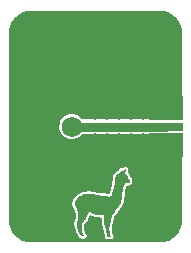
<source format=gbr>
%TF.GenerationSoftware,KiCad,Pcbnew,6.0.9+dfsg-1~bpo11+1*%
%TF.CreationDate,2022-11-06T14:36:49+01:00*%
%TF.ProjectId,sma-connector,736d612d-636f-46e6-9e65-63746f722e6b,2*%
%TF.SameCoordinates,Original*%
%TF.FileFunction,Copper,L1,Top*%
%TF.FilePolarity,Positive*%
%FSLAX46Y46*%
G04 Gerber Fmt 4.6, Leading zero omitted, Abs format (unit mm)*
G04 Created by KiCad (PCBNEW 6.0.9+dfsg-1~bpo11+1) date 2022-11-06 14:36:49*
%MOMM*%
%LPD*%
G01*
G04 APERTURE LIST*
G04 Aperture macros list*
%AMFreePoly0*
4,1,25,-1.500000,1.420000,-1.360000,1.280000,-1.205000,1.155000,-1.035000,1.045000,-0.860000,0.950000,-0.675000,0.875000,-0.480000,0.820000,-0.280000,0.780000,-0.085000,0.765000,0.085000,0.765000,0.280000,0.780000,0.480000,0.820000,0.675000,0.875000,0.860000,0.950000,1.035000,1.045000,1.205000,1.155000,1.360000,1.280000,1.500000,1.420000,1.645000,1.595000,3.555000,1.595000,
3.555000,-0.755000,-3.555000,-0.755000,-3.555000,1.595000,-1.645000,1.595000,-1.500000,1.420000,-1.500000,1.420000,$1*%
G04 Aperture macros list end*
%TA.AperFunction,SMDPad,CuDef*%
%ADD10R,3.000000X0.800000*%
%TD*%
%TA.AperFunction,ComponentPad*%
%ADD11C,0.800000*%
%TD*%
%TA.AperFunction,SMDPad,CuDef*%
%ADD12R,3.000000X2.000000*%
%TD*%
%TA.AperFunction,ComponentPad*%
%ADD13C,3.400000*%
%TD*%
%TA.AperFunction,SMDPad,CuDef*%
%ADD14C,1.730000*%
%TD*%
%TA.AperFunction,SMDPad,CuDef*%
%ADD15FreePoly0,0.000000*%
%TD*%
%TA.AperFunction,SMDPad,CuDef*%
%ADD16FreePoly0,180.000000*%
%TD*%
%TA.AperFunction,ViaPad*%
%ADD17C,0.800000*%
%TD*%
%TA.AperFunction,Conductor*%
%ADD18C,0.800000*%
%TD*%
G04 APERTURE END LIST*
%TO.C,G\u002A\u002A\u002A*%
G36*
X136548983Y-67137435D02*
G01*
X136566473Y-67146707D01*
X136573503Y-67166088D01*
X136570320Y-67198790D01*
X136557169Y-67248027D01*
X136534626Y-67316053D01*
X136514960Y-67372108D01*
X136497923Y-67419130D01*
X136485257Y-67452422D01*
X136478702Y-67467282D01*
X136478505Y-67467523D01*
X136485289Y-67476203D01*
X136508581Y-67493470D01*
X136543354Y-67515601D01*
X136543685Y-67515799D01*
X136619165Y-67568229D01*
X136676569Y-67623171D01*
X136714749Y-67678522D01*
X136732557Y-67732182D01*
X136728846Y-67782047D01*
X136708983Y-67818579D01*
X136685545Y-67847524D01*
X136753433Y-67888419D01*
X136801659Y-67919701D01*
X136851482Y-67955428D01*
X136877115Y-67975570D01*
X136908385Y-68002788D01*
X136924089Y-68022811D01*
X136928248Y-68043662D01*
X136925187Y-68071435D01*
X136919157Y-68119141D01*
X136915014Y-68167505D01*
X136914860Y-68170268D01*
X136908443Y-68207889D01*
X136891939Y-68229077D01*
X136885142Y-68233029D01*
X136857212Y-68252835D01*
X136833532Y-68276823D01*
X136821457Y-68289767D01*
X136806748Y-68298692D01*
X136784526Y-68304627D01*
X136749913Y-68308603D01*
X136698027Y-68311651D01*
X136660954Y-68313281D01*
X136589353Y-68317603D01*
X136535454Y-68323662D01*
X136502094Y-68331085D01*
X136494013Y-68335184D01*
X136479580Y-68357384D01*
X136468714Y-68391433D01*
X136467661Y-68397195D01*
X136458828Y-68428500D01*
X136441324Y-68474186D01*
X136418152Y-68526750D01*
X136404454Y-68555127D01*
X136383847Y-68597750D01*
X136367793Y-68635518D01*
X136354826Y-68673761D01*
X136343479Y-68717806D01*
X136332287Y-68772983D01*
X136319782Y-68844620D01*
X136312299Y-68889990D01*
X136298626Y-68980404D01*
X136285306Y-69080321D01*
X136273533Y-69179974D01*
X136264499Y-69269594D01*
X136261540Y-69305468D01*
X136244458Y-69484936D01*
X136221201Y-69644064D01*
X136191090Y-69786699D01*
X136153933Y-69915225D01*
X136119233Y-70008557D01*
X136079816Y-70089949D01*
X136031473Y-70166239D01*
X135969997Y-70244263D01*
X135911002Y-70309890D01*
X135793005Y-70450410D01*
X135692761Y-70602053D01*
X135617818Y-70745544D01*
X135584000Y-70813616D01*
X135553544Y-70864591D01*
X135522177Y-70904969D01*
X135494341Y-70933276D01*
X135461129Y-70962697D01*
X135434053Y-70983815D01*
X135418831Y-70992180D01*
X135418623Y-70992187D01*
X135404288Y-71000024D01*
X135390448Y-71024687D01*
X135376613Y-71067901D01*
X135362291Y-71131393D01*
X135346992Y-71216890D01*
X135337379Y-71277894D01*
X135319656Y-71389529D01*
X135302573Y-71484193D01*
X135284372Y-71569602D01*
X135263293Y-71653474D01*
X135237580Y-71743526D01*
X135213093Y-71823278D01*
X135188507Y-71906831D01*
X135172034Y-71978473D01*
X135163316Y-72044883D01*
X135161994Y-72112742D01*
X135167710Y-72188728D01*
X135180105Y-72279521D01*
X135186483Y-72319238D01*
X135198350Y-72393059D01*
X135209432Y-72465411D01*
X135218727Y-72529510D01*
X135225234Y-72578572D01*
X135226791Y-72592090D01*
X135235591Y-72646104D01*
X135251763Y-72690710D01*
X135280132Y-72738801D01*
X135283636Y-72744018D01*
X135331881Y-72815332D01*
X134969318Y-72815332D01*
X134977699Y-72775024D01*
X134988079Y-72739306D01*
X135000592Y-72711884D01*
X135006425Y-72695629D01*
X135003571Y-72673531D01*
X134990624Y-72639765D01*
X134975343Y-72607174D01*
X134951334Y-72552338D01*
X134930892Y-72492520D01*
X134912691Y-72422682D01*
X134895405Y-72337789D01*
X134879083Y-72241499D01*
X134866988Y-72178939D01*
X134849142Y-72103484D01*
X134828158Y-72025587D01*
X134810901Y-71968647D01*
X134787294Y-71893226D01*
X134769065Y-71828083D01*
X134755108Y-71767061D01*
X134744317Y-71704005D01*
X134735586Y-71632758D01*
X134727809Y-71547164D01*
X134722374Y-71475879D01*
X134716044Y-71352073D01*
X134715081Y-71233563D01*
X134719371Y-71126298D01*
X134728798Y-71036226D01*
X134731216Y-71021223D01*
X134737981Y-70982046D01*
X134515676Y-70988913D01*
X134370694Y-70990737D01*
X134244557Y-70986229D01*
X134132001Y-70974887D01*
X134027762Y-70956211D01*
X133942311Y-70934353D01*
X133814531Y-70887707D01*
X133707319Y-70827643D01*
X133620148Y-70753786D01*
X133552489Y-70665762D01*
X133545166Y-70653375D01*
X133510927Y-70593616D01*
X133502204Y-70628369D01*
X133478365Y-70697004D01*
X133441469Y-70772732D01*
X133396836Y-70845988D01*
X133349790Y-70907210D01*
X133342803Y-70914817D01*
X133301993Y-70959259D01*
X133274619Y-70994404D01*
X133256421Y-71028335D01*
X133243139Y-71069138D01*
X133230513Y-71124897D01*
X133229482Y-71129871D01*
X133206493Y-71217050D01*
X133173878Y-71296687D01*
X133128669Y-71373894D01*
X133067897Y-71453780D01*
X132993229Y-71536617D01*
X132940532Y-71592762D01*
X132902655Y-71635946D01*
X132876498Y-71670355D01*
X132858962Y-71700180D01*
X132846946Y-71729607D01*
X132844311Y-71737815D01*
X132827668Y-71812698D01*
X132817915Y-71900830D01*
X132815708Y-71991447D01*
X132821707Y-72073788D01*
X132823167Y-72083593D01*
X132845949Y-72222991D01*
X132866117Y-72339479D01*
X132884067Y-72434771D01*
X132900193Y-72510580D01*
X132914893Y-72568617D01*
X132928560Y-72610596D01*
X132941591Y-72638229D01*
X132954381Y-72653229D01*
X132954792Y-72653520D01*
X132991397Y-72683848D01*
X133024435Y-72719415D01*
X133047134Y-72752465D01*
X133052433Y-72765393D01*
X133054058Y-72776810D01*
X133048887Y-72784118D01*
X133032661Y-72788229D01*
X133001120Y-72790059D01*
X132950004Y-72790519D01*
X132935209Y-72790527D01*
X132811411Y-72790527D01*
X132814264Y-72756421D01*
X132811768Y-72734561D01*
X132798532Y-72709668D01*
X132771441Y-72676955D01*
X132743613Y-72647900D01*
X132692227Y-72588998D01*
X132645461Y-72519928D01*
X132601544Y-72437267D01*
X132558705Y-72337595D01*
X132515172Y-72217490D01*
X132504923Y-72186759D01*
X132463141Y-72052764D01*
X132432802Y-71936645D01*
X132413967Y-71834241D01*
X132406694Y-71741389D01*
X132411044Y-71653926D01*
X132427077Y-71567692D01*
X132454853Y-71478524D01*
X132494430Y-71382260D01*
X132517187Y-71333252D01*
X132535573Y-71293298D01*
X132547500Y-71260886D01*
X132554325Y-71228602D01*
X132557404Y-71189034D01*
X132558092Y-71134770D01*
X132558014Y-71110009D01*
X132548526Y-70976620D01*
X132521426Y-70827354D01*
X132476994Y-70663515D01*
X132435241Y-70539502D01*
X132413485Y-70474467D01*
X132393059Y-70404948D01*
X132377146Y-70342116D01*
X132372181Y-70318331D01*
X132356944Y-70250082D01*
X132340420Y-70198304D01*
X132323680Y-70164656D01*
X132307797Y-70150796D01*
X132293841Y-70158384D01*
X132284408Y-70182482D01*
X132278682Y-70202440D01*
X132273410Y-70204268D01*
X132265112Y-70185910D01*
X132258185Y-70166979D01*
X132245107Y-70109030D01*
X132240320Y-70037013D01*
X132243593Y-69960157D01*
X132254693Y-69887689D01*
X132266241Y-69846612D01*
X132322965Y-69723134D01*
X132400947Y-69610445D01*
X132498711Y-69509411D01*
X132614783Y-69420898D01*
X132747688Y-69345772D01*
X132895949Y-69284897D01*
X133058094Y-69239141D01*
X133232645Y-69209368D01*
X133371386Y-69198023D01*
X133476743Y-69195578D01*
X133577648Y-69198650D01*
X133679998Y-69207893D01*
X133789687Y-69223960D01*
X133912612Y-69247505D01*
X134009974Y-69268851D01*
X134125308Y-69294699D01*
X134221050Y-69314928D01*
X134301618Y-69330146D01*
X134371429Y-69340960D01*
X134434904Y-69347978D01*
X134496458Y-69351810D01*
X134560511Y-69353062D01*
X134618374Y-69352584D01*
X134685716Y-69351793D01*
X134738854Y-69352601D01*
X134784830Y-69355874D01*
X134830687Y-69362478D01*
X134883469Y-69373280D01*
X134950217Y-69389146D01*
X134984403Y-69397600D01*
X135070839Y-69418162D01*
X135137639Y-69431327D01*
X135188847Y-69437079D01*
X135228509Y-69435406D01*
X135260669Y-69426290D01*
X135289372Y-69409719D01*
X135306331Y-69396432D01*
X135331601Y-69371905D01*
X135353018Y-69342447D01*
X135372123Y-69304296D01*
X135390455Y-69253687D01*
X135409556Y-69186855D01*
X135430967Y-69100037D01*
X135435367Y-69081213D01*
X135456442Y-68995160D01*
X135481837Y-68898595D01*
X135508531Y-68802654D01*
X135533499Y-68718473D01*
X135536311Y-68709450D01*
X135554945Y-68648715D01*
X135569737Y-68596126D01*
X135581647Y-68546496D01*
X135591634Y-68494644D01*
X135600657Y-68435383D01*
X135609676Y-68363531D01*
X135619649Y-68273902D01*
X135623385Y-68238867D01*
X135636703Y-68116285D01*
X135648553Y-68015365D01*
X135659505Y-67933049D01*
X135670125Y-67866278D01*
X135680981Y-67811993D01*
X135692643Y-67767135D01*
X135705677Y-67728646D01*
X135720651Y-67693467D01*
X135727185Y-67679893D01*
X135752076Y-67632849D01*
X135777417Y-67594250D01*
X135807496Y-67559715D01*
X135846599Y-67524862D01*
X135899012Y-67485310D01*
X135957275Y-67444692D01*
X136016903Y-67401539D01*
X136078903Y-67352737D01*
X136134573Y-67305315D01*
X136164539Y-67277278D01*
X136202207Y-67242003D01*
X136234668Y-67215432D01*
X136257254Y-67201203D01*
X136263758Y-67199950D01*
X136280048Y-67217495D01*
X136281983Y-67253480D01*
X136269588Y-67306135D01*
X136262002Y-67327816D01*
X136248222Y-67365970D01*
X136238903Y-67394305D01*
X136236328Y-67404851D01*
X136243925Y-67402553D01*
X136264266Y-67385423D01*
X136293674Y-67357220D01*
X136328473Y-67321704D01*
X136364988Y-67282633D01*
X136399541Y-67243769D01*
X136428456Y-67208870D01*
X136430408Y-67206372D01*
X136463047Y-67167073D01*
X136487876Y-67144927D01*
X136509995Y-67135908D01*
X136520788Y-67135058D01*
X136548983Y-67137435D01*
G37*
%TD*%
D10*
%TO.P,J2,1,Pin_1*%
%TO.N,Net-(J1-Pad1)*%
X140000000Y-63500000D03*
D11*
%TO.P,J2,2,Pin_2*%
%TO.N,GND*%
X139500000Y-65000000D03*
X140500000Y-65000000D03*
X141000000Y-62500000D03*
X139000000Y-62500000D03*
X141000000Y-64500000D03*
D12*
X140000000Y-61900000D03*
X140000000Y-65100000D03*
D11*
X139500000Y-62000000D03*
X140500000Y-62000000D03*
X140000000Y-62500000D03*
X139000000Y-64500000D03*
X140000000Y-64500000D03*
%TD*%
D13*
%TO.P,H3,1,1*%
%TO.N,GND*%
X129000000Y-56000000D03*
%TD*%
D14*
%TO.P,J1,1,In*%
%TO.N,Net-(J1-Pad1)*%
X132000000Y-63500000D03*
D15*
%TO.P,J1,2,Ext*%
%TO.N,GND*%
X132000000Y-66300000D03*
D16*
X132000000Y-60700000D03*
%TD*%
D13*
%TO.P,H4,1,1*%
%TO.N,GND*%
X139000000Y-71000000D03*
%TD*%
%TO.P,H2,1,1*%
%TO.N,GND*%
X139000000Y-56000000D03*
%TD*%
%TO.P,H1,1,1*%
%TO.N,GND*%
X129000000Y-71000000D03*
%TD*%
D17*
%TO.N,GND*%
X134500000Y-65000000D03*
X133000000Y-61500000D03*
X132500000Y-65000000D03*
X133000000Y-65500000D03*
X131500000Y-65000000D03*
X137500000Y-65000000D03*
X130500000Y-65000000D03*
X137000000Y-64500000D03*
X132000000Y-61500000D03*
X135000000Y-62500000D03*
X134000000Y-62500000D03*
X138500000Y-65000000D03*
X130000000Y-64500000D03*
X133500000Y-65000000D03*
X132000000Y-65500000D03*
X136000000Y-62500000D03*
X132500000Y-62000000D03*
X130500000Y-62000000D03*
X137000000Y-62500000D03*
X130500000Y-64000000D03*
X131000000Y-61500000D03*
X138500000Y-62000000D03*
X135000000Y-64500000D03*
X130000000Y-62500000D03*
X130000000Y-63500000D03*
X133500000Y-62000000D03*
X134500000Y-62000000D03*
X136500000Y-62000000D03*
X134000000Y-64500000D03*
X130500000Y-63000000D03*
X136000000Y-64500000D03*
X131500000Y-62000000D03*
X131000000Y-65500000D03*
X138000000Y-64500000D03*
X136500000Y-65000000D03*
X138000000Y-62500000D03*
X135500000Y-62000000D03*
X137500000Y-62000000D03*
X135500000Y-65000000D03*
%TD*%
D18*
%TO.N,Net-(J1-Pad1)*%
X140000000Y-63500000D02*
X132000000Y-63500000D01*
%TD*%
%TA.AperFunction,Conductor*%
%TO.N,GND*%
G36*
X139488169Y-53703018D02*
G01*
X139499641Y-53705656D01*
X139510516Y-53703195D01*
X139521662Y-53703215D01*
X139521662Y-53703369D01*
X139531712Y-53702579D01*
X139613994Y-53707972D01*
X139728410Y-53715471D01*
X139741237Y-53717159D01*
X139959387Y-53760551D01*
X139971887Y-53763901D01*
X140182500Y-53835395D01*
X140194449Y-53840344D01*
X140393944Y-53938724D01*
X140405137Y-53945187D01*
X140542444Y-54036933D01*
X140590072Y-54068757D01*
X140600345Y-54076640D01*
X140767560Y-54223283D01*
X140776717Y-54232440D01*
X140923360Y-54399655D01*
X140931243Y-54409928D01*
X141054813Y-54594863D01*
X141061276Y-54606056D01*
X141159656Y-54805551D01*
X141164605Y-54817500D01*
X141236098Y-55028109D01*
X141239450Y-55040618D01*
X141282840Y-55258756D01*
X141284530Y-55271595D01*
X141297388Y-55467772D01*
X141296595Y-55477628D01*
X141296862Y-55477628D01*
X141296842Y-55488776D01*
X141294344Y-55499641D01*
X141296804Y-55510513D01*
X141297059Y-55511638D01*
X141299500Y-55533488D01*
X141299500Y-62800500D01*
X141280593Y-62858691D01*
X141231093Y-62894655D01*
X141200500Y-62899500D01*
X132932248Y-62899500D01*
X132874057Y-62880593D01*
X132855528Y-62863071D01*
X132762766Y-62749333D01*
X132762765Y-62749332D01*
X132759705Y-62745580D01*
X132598703Y-62612387D01*
X132414896Y-62513003D01*
X132350405Y-62493040D01*
X132219906Y-62452643D01*
X132219902Y-62452642D01*
X132215285Y-62451213D01*
X132210477Y-62450708D01*
X132210474Y-62450707D01*
X132012291Y-62429877D01*
X132012289Y-62429877D01*
X132007475Y-62429371D01*
X131938196Y-62435676D01*
X131804199Y-62447870D01*
X131804195Y-62447871D01*
X131799379Y-62448309D01*
X131794737Y-62449675D01*
X131794733Y-62449676D01*
X131603573Y-62505938D01*
X131603570Y-62505939D01*
X131598926Y-62507306D01*
X131413749Y-62604114D01*
X131409980Y-62607144D01*
X131409979Y-62607145D01*
X131254675Y-62732012D01*
X131254673Y-62732014D01*
X131250902Y-62735046D01*
X131247788Y-62738757D01*
X131247787Y-62738758D01*
X131195980Y-62800500D01*
X131116588Y-62895115D01*
X131015923Y-63078224D01*
X130952741Y-63277398D01*
X130929449Y-63485051D01*
X130946934Y-63693274D01*
X131004530Y-63894134D01*
X131100043Y-64079983D01*
X131229835Y-64243739D01*
X131233515Y-64246871D01*
X131233517Y-64246873D01*
X131350774Y-64346666D01*
X131388963Y-64379168D01*
X131393185Y-64381528D01*
X131393190Y-64381531D01*
X131437272Y-64406167D01*
X131571364Y-64481108D01*
X131575962Y-64482602D01*
X131765488Y-64544183D01*
X131765490Y-64544184D01*
X131770093Y-64545679D01*
X131977578Y-64570420D01*
X131982400Y-64570049D01*
X131982403Y-64570049D01*
X132181089Y-64554761D01*
X132181094Y-64554760D01*
X132185917Y-64554389D01*
X132387175Y-64498197D01*
X132391488Y-64496018D01*
X132391494Y-64496016D01*
X132569365Y-64406167D01*
X132569367Y-64406165D01*
X132573686Y-64403984D01*
X132616526Y-64370514D01*
X132734534Y-64278316D01*
X132734537Y-64278313D01*
X132738345Y-64275338D01*
X132765621Y-64243739D01*
X132859643Y-64134812D01*
X132911979Y-64103116D01*
X132934586Y-64100500D01*
X141200500Y-64100500D01*
X141258691Y-64119407D01*
X141294655Y-64168907D01*
X141299500Y-64199500D01*
X141299500Y-71465983D01*
X141296982Y-71488169D01*
X141294344Y-71499641D01*
X141296805Y-71510516D01*
X141296785Y-71521662D01*
X141296631Y-71521662D01*
X141297421Y-71531712D01*
X141293031Y-71598697D01*
X141284555Y-71728027D01*
X141284530Y-71728404D01*
X141282841Y-71741237D01*
X141239796Y-71957643D01*
X141239450Y-71959382D01*
X141236099Y-71971887D01*
X141170670Y-72164634D01*
X141164605Y-72182500D01*
X141159656Y-72194449D01*
X141061276Y-72393944D01*
X141054813Y-72405137D01*
X140980628Y-72516163D01*
X140931243Y-72590072D01*
X140923360Y-72600345D01*
X140776717Y-72767560D01*
X140767560Y-72776717D01*
X140600345Y-72923360D01*
X140590072Y-72931243D01*
X140574198Y-72941850D01*
X140405137Y-73054813D01*
X140393944Y-73061276D01*
X140194449Y-73159656D01*
X140182501Y-73164605D01*
X139971887Y-73236099D01*
X139959387Y-73239449D01*
X139741237Y-73282841D01*
X139728412Y-73284529D01*
X139532225Y-73297388D01*
X139522372Y-73296595D01*
X139522372Y-73296862D01*
X139511224Y-73296842D01*
X139500359Y-73294344D01*
X139488359Y-73297059D01*
X139466512Y-73299500D01*
X128534017Y-73299500D01*
X128511831Y-73296982D01*
X128511813Y-73296978D01*
X128500359Y-73294344D01*
X128489484Y-73296805D01*
X128478338Y-73296785D01*
X128478338Y-73296631D01*
X128468288Y-73297421D01*
X128386006Y-73292028D01*
X128271590Y-73284529D01*
X128258763Y-73282841D01*
X128040613Y-73239449D01*
X128028113Y-73236099D01*
X127817499Y-73164605D01*
X127805551Y-73159656D01*
X127606056Y-73061276D01*
X127594863Y-73054813D01*
X127425802Y-72941850D01*
X127409928Y-72931243D01*
X127399655Y-72923360D01*
X127232440Y-72776717D01*
X127223283Y-72767560D01*
X127076640Y-72600345D01*
X127068757Y-72590072D01*
X127019372Y-72516163D01*
X126945187Y-72405137D01*
X126938724Y-72393944D01*
X126840344Y-72194449D01*
X126835395Y-72182500D01*
X126829330Y-72164634D01*
X126763901Y-71971887D01*
X126760550Y-71959382D01*
X126760204Y-71957643D01*
X126717159Y-71741237D01*
X126715470Y-71728405D01*
X126715446Y-71728027D01*
X126702629Y-71532484D01*
X126704311Y-71511819D01*
X126703747Y-71511754D01*
X126704388Y-71506182D01*
X126705655Y-71500718D01*
X126705656Y-71500000D01*
X126703344Y-71489864D01*
X126702980Y-71488266D01*
X126700500Y-71466248D01*
X126700500Y-70027580D01*
X132038751Y-70027580D01*
X132039122Y-70033161D01*
X132039122Y-70033163D01*
X132039179Y-70034015D01*
X132039307Y-70044799D01*
X132039040Y-70051065D01*
X132040046Y-70056541D01*
X132040064Y-70056798D01*
X132041412Y-70067609D01*
X132042444Y-70083131D01*
X132044344Y-70111719D01*
X132044561Y-70118685D01*
X132044511Y-70130947D01*
X132045744Y-70136411D01*
X132045887Y-70137714D01*
X132046180Y-70139338D01*
X132046548Y-70144881D01*
X132048140Y-70150203D01*
X132048140Y-70150204D01*
X132050086Y-70156710D01*
X132051803Y-70163260D01*
X132059386Y-70196859D01*
X132061041Y-70206313D01*
X132062066Y-70214482D01*
X132063990Y-70219741D01*
X132064651Y-70222468D01*
X132065356Y-70224863D01*
X132066357Y-70227746D01*
X132067580Y-70233166D01*
X132069976Y-70238174D01*
X132071049Y-70241266D01*
X132072414Y-70244694D01*
X132073026Y-70247735D01*
X132077711Y-70258098D01*
X132077858Y-70258424D01*
X132080619Y-70265186D01*
X132084588Y-70276034D01*
X132086428Y-70278872D01*
X132089957Y-70287270D01*
X132098859Y-70313016D01*
X132106712Y-70320931D01*
X132117056Y-70331357D01*
X132125662Y-70341267D01*
X132134543Y-70352979D01*
X132134545Y-70352980D01*
X132141281Y-70361864D01*
X132151204Y-70366947D01*
X132154625Y-70369815D01*
X132156668Y-70371694D01*
X132158147Y-70372775D01*
X132159129Y-70373765D01*
X132159415Y-70374220D01*
X132161307Y-70375960D01*
X132163287Y-70377956D01*
X132162347Y-70378888D01*
X132191305Y-70424991D01*
X132193783Y-70434777D01*
X132194056Y-70436053D01*
X132194269Y-70439612D01*
X132195848Y-70444985D01*
X132199093Y-70456031D01*
X132200076Y-70459627D01*
X132202880Y-70470696D01*
X132204245Y-70476084D01*
X132205865Y-70479254D01*
X132206290Y-70480524D01*
X132211940Y-70499754D01*
X132215460Y-70511737D01*
X132215776Y-70512987D01*
X132216115Y-70516471D01*
X132217891Y-70521779D01*
X132221587Y-70532828D01*
X132222675Y-70536291D01*
X132227489Y-70552675D01*
X132229195Y-70555724D01*
X132229650Y-70556932D01*
X132237931Y-70581685D01*
X132237934Y-70581697D01*
X132237953Y-70581888D01*
X132245100Y-70603115D01*
X132252269Y-70624546D01*
X132252371Y-70624714D01*
X132252372Y-70624717D01*
X132284109Y-70718980D01*
X132285833Y-70724655D01*
X132324575Y-70867514D01*
X132326431Y-70875728D01*
X132348344Y-70996429D01*
X132349686Y-71007088D01*
X132350117Y-71013144D01*
X132357289Y-71113963D01*
X132357297Y-71114077D01*
X132357547Y-71120777D01*
X132357586Y-71133088D01*
X132357578Y-71134606D01*
X132357049Y-71176332D01*
X132357044Y-71176751D01*
X132356753Y-71183183D01*
X132356337Y-71188524D01*
X132347572Y-71222219D01*
X132335146Y-71249220D01*
X132320944Y-71279804D01*
X132320055Y-71281558D01*
X132317653Y-71284951D01*
X132315524Y-71290128D01*
X132315523Y-71290131D01*
X132311536Y-71299829D01*
X132309763Y-71303882D01*
X132305401Y-71313275D01*
X132305399Y-71313281D01*
X132303060Y-71318318D01*
X132302194Y-71322376D01*
X132301493Y-71324258D01*
X132277294Y-71383115D01*
X132275240Y-71387272D01*
X132273021Y-71392310D01*
X132270201Y-71397144D01*
X132268536Y-71402488D01*
X132268535Y-71402491D01*
X132267352Y-71406290D01*
X132264400Y-71414481D01*
X132260819Y-71423190D01*
X132259902Y-71428671D01*
X132258464Y-71433711D01*
X132257338Y-71438436D01*
X132240476Y-71492568D01*
X132236754Y-71502579D01*
X132236350Y-71503508D01*
X132236348Y-71503514D01*
X132234119Y-71508645D01*
X132233096Y-71514147D01*
X132232925Y-71514706D01*
X132230718Y-71523614D01*
X132230579Y-71524340D01*
X132228927Y-71529642D01*
X132228496Y-71535181D01*
X132228407Y-71536321D01*
X132227038Y-71546727D01*
X132222482Y-71571232D01*
X132216775Y-71601933D01*
X132216449Y-71603684D01*
X132214377Y-71612540D01*
X132211923Y-71621214D01*
X132211645Y-71626808D01*
X132211078Y-71630262D01*
X132210808Y-71634027D01*
X132209790Y-71639498D01*
X132210015Y-71645058D01*
X132210015Y-71645059D01*
X132210158Y-71648604D01*
X132210117Y-71657519D01*
X132208554Y-71688954D01*
X132207241Y-71715371D01*
X132207176Y-71716672D01*
X132206217Y-71726346D01*
X132205027Y-71734335D01*
X132205464Y-71739917D01*
X132205374Y-71742504D01*
X132205419Y-71745640D01*
X132205595Y-71748456D01*
X132205319Y-71754004D01*
X132206283Y-71759469D01*
X132206736Y-71762038D01*
X132207938Y-71771497D01*
X132212614Y-71831185D01*
X132212644Y-71831574D01*
X132212806Y-71841138D01*
X132212901Y-71842513D01*
X132212654Y-71848105D01*
X132213963Y-71855222D01*
X132215292Y-71865387D01*
X132215844Y-71872432D01*
X132217501Y-71877743D01*
X132217727Y-71878915D01*
X132220052Y-71888328D01*
X132231515Y-71950652D01*
X132232139Y-71954467D01*
X132232889Y-71959693D01*
X132233055Y-71965288D01*
X132234908Y-71972379D01*
X132236025Y-71976653D01*
X132237608Y-71983776D01*
X132239699Y-71995145D01*
X132241896Y-72000254D01*
X132243488Y-72005510D01*
X132244522Y-72009177D01*
X132264131Y-72084228D01*
X132264619Y-72086387D01*
X132264949Y-72090701D01*
X132268620Y-72102473D01*
X132269648Y-72105770D01*
X132270920Y-72110213D01*
X132273461Y-72119938D01*
X132273463Y-72119943D01*
X132274867Y-72125317D01*
X132276860Y-72129147D01*
X132277595Y-72131258D01*
X132307246Y-72226350D01*
X132307332Y-72226678D01*
X132307515Y-72228582D01*
X132308968Y-72232938D01*
X132313790Y-72247396D01*
X132314387Y-72249249D01*
X132318779Y-72263335D01*
X132318046Y-72263564D01*
X132318492Y-72264546D01*
X132318909Y-72264395D01*
X132318909Y-72264396D01*
X132325194Y-72281734D01*
X132325359Y-72282190D01*
X132326196Y-72284597D01*
X132332122Y-72302365D01*
X132333415Y-72304492D01*
X132333641Y-72305041D01*
X132363320Y-72386921D01*
X132364563Y-72390669D01*
X132365503Y-72395837D01*
X132367716Y-72400986D01*
X132367717Y-72400989D01*
X132371054Y-72408752D01*
X132373169Y-72414095D01*
X132377907Y-72427168D01*
X132380745Y-72431576D01*
X132382436Y-72435236D01*
X132382691Y-72435829D01*
X132408817Y-72496615D01*
X132410212Y-72500633D01*
X132410289Y-72500603D01*
X132412341Y-72505810D01*
X132413794Y-72511220D01*
X132418563Y-72520196D01*
X132418688Y-72520431D01*
X132422214Y-72527785D01*
X132426263Y-72537205D01*
X132429536Y-72541692D01*
X132432290Y-72546524D01*
X132432228Y-72546559D01*
X132434484Y-72550163D01*
X132459990Y-72598171D01*
X132464283Y-72607563D01*
X132464646Y-72608256D01*
X132466665Y-72613476D01*
X132469803Y-72618111D01*
X132469808Y-72618120D01*
X132470463Y-72619087D01*
X132475909Y-72628135D01*
X132476367Y-72628996D01*
X132479004Y-72633960D01*
X132482636Y-72638163D01*
X132482981Y-72638667D01*
X132489337Y-72646961D01*
X132516656Y-72687308D01*
X132517448Y-72688478D01*
X132522756Y-72697268D01*
X132526165Y-72703639D01*
X132529847Y-72707859D01*
X132530616Y-72708973D01*
X132534765Y-72714360D01*
X132535761Y-72715525D01*
X132538876Y-72720126D01*
X132542937Y-72723920D01*
X132542940Y-72723923D01*
X132544213Y-72725112D01*
X132551236Y-72732377D01*
X132579457Y-72764726D01*
X132580852Y-72766437D01*
X132583056Y-72770132D01*
X132586926Y-72774173D01*
X132590321Y-72778631D01*
X132588777Y-72779807D01*
X132609278Y-72817908D01*
X132610876Y-72824941D01*
X132610866Y-72836090D01*
X132615692Y-72846141D01*
X132616480Y-72849609D01*
X132617745Y-72852919D01*
X132619310Y-72863954D01*
X132625507Y-72873222D01*
X132632918Y-72884307D01*
X132639864Y-72896479D01*
X132650463Y-72918551D01*
X132659168Y-72925513D01*
X132661374Y-72928286D01*
X132663958Y-72930728D01*
X132670155Y-72939996D01*
X132679757Y-72945659D01*
X132691243Y-72952434D01*
X132702777Y-72960388D01*
X132721903Y-72975683D01*
X132732768Y-72978182D01*
X132735960Y-72979725D01*
X132739344Y-72980804D01*
X132748947Y-72986467D01*
X132773339Y-72988529D01*
X132777602Y-72989196D01*
X132777608Y-72989141D01*
X132783174Y-72989773D01*
X132788630Y-72991027D01*
X132798717Y-72991027D01*
X132807056Y-72991379D01*
X132814344Y-72991995D01*
X132840098Y-72994172D01*
X132847618Y-72991305D01*
X132851587Y-72991027D01*
X132912485Y-72991027D01*
X132912536Y-72991039D01*
X132912692Y-72991039D01*
X132924108Y-72991033D01*
X132928134Y-72991031D01*
X132928205Y-72991035D01*
X132929028Y-72991216D01*
X132949571Y-72991031D01*
X132950463Y-72991027D01*
X132957812Y-72991027D01*
X132957865Y-72991015D01*
X132957896Y-72991015D01*
X132972715Y-72991007D01*
X132973536Y-72990819D01*
X132973616Y-72990814D01*
X132977668Y-72990778D01*
X132983043Y-72990730D01*
X132985546Y-72990788D01*
X132989991Y-72991542D01*
X132995575Y-72991218D01*
X132995576Y-72991218D01*
X132999524Y-72990989D01*
X133005434Y-72990646D01*
X133010267Y-72990484D01*
X133017799Y-72990416D01*
X133019969Y-72990397D01*
X133025526Y-72990347D01*
X133029909Y-72989306D01*
X133032425Y-72989080D01*
X133038753Y-72988713D01*
X133042292Y-72988571D01*
X133045498Y-72988500D01*
X133045499Y-72988500D01*
X133053755Y-72988317D01*
X133060430Y-72989450D01*
X133071140Y-72986365D01*
X133071144Y-72986365D01*
X133099906Y-72978080D01*
X133102955Y-72977255D01*
X133120041Y-72972926D01*
X133122772Y-72971531D01*
X133123605Y-72971254D01*
X133148332Y-72964132D01*
X133156648Y-72956706D01*
X133161366Y-72954099D01*
X133166797Y-72950378D01*
X133170928Y-72946922D01*
X133180853Y-72941850D01*
X133190844Y-72928703D01*
X133195048Y-72923749D01*
X133203484Y-72918112D01*
X133209149Y-72908513D01*
X133209152Y-72908510D01*
X133216511Y-72896040D01*
X133222949Y-72886456D01*
X133224582Y-72884307D01*
X133236200Y-72869020D01*
X133238070Y-72859854D01*
X133239560Y-72856988D01*
X133244312Y-72848936D01*
X133244312Y-72848935D01*
X133249979Y-72839334D01*
X133250921Y-72828227D01*
X133252001Y-72824844D01*
X133252591Y-72821349D01*
X133256845Y-72811045D01*
X133255418Y-72786048D01*
X133255419Y-72785774D01*
X133257703Y-72777991D01*
X133255520Y-72764713D01*
X133254349Y-72757593D01*
X133253198Y-72747175D01*
X133252266Y-72730849D01*
X133252265Y-72730847D01*
X133251630Y-72719719D01*
X133246637Y-72710700D01*
X133246593Y-72710430D01*
X133245818Y-72708538D01*
X133245530Y-72707543D01*
X133244703Y-72705818D01*
X133239359Y-72692779D01*
X133238509Y-72690633D01*
X133231247Y-72671665D01*
X133223329Y-72650985D01*
X133216087Y-72644148D01*
X133214409Y-72641764D01*
X133214408Y-72641760D01*
X133211792Y-72638044D01*
X133211144Y-72637113D01*
X133196476Y-72615757D01*
X133192292Y-72609115D01*
X133189637Y-72604504D01*
X133189634Y-72604500D01*
X133186841Y-72599650D01*
X133183032Y-72595549D01*
X133181717Y-72593767D01*
X133180056Y-72591850D01*
X133176912Y-72587272D01*
X133172826Y-72583505D01*
X133172823Y-72583502D01*
X133168817Y-72579809D01*
X133163383Y-72574396D01*
X133161184Y-72572028D01*
X133148094Y-72557937D01*
X133141991Y-72550701D01*
X133140264Y-72548443D01*
X133140261Y-72548440D01*
X133136857Y-72543989D01*
X133132541Y-72540413D01*
X133128664Y-72536382D01*
X133130127Y-72534975D01*
X133101879Y-72490264D01*
X133095970Y-72466936D01*
X133095107Y-72463229D01*
X133080911Y-72396494D01*
X133080455Y-72394222D01*
X133080400Y-72393927D01*
X133063547Y-72304461D01*
X133063294Y-72303062D01*
X133063174Y-72302365D01*
X133043756Y-72190205D01*
X133043601Y-72189286D01*
X133021853Y-72056221D01*
X133020819Y-72047445D01*
X133016736Y-71991394D01*
X133016503Y-71981790D01*
X133018043Y-71918570D01*
X133018615Y-71910092D01*
X133025164Y-71850914D01*
X133026920Y-71840327D01*
X133029583Y-71828344D01*
X133033691Y-71809859D01*
X133051520Y-71771427D01*
X133055924Y-71765633D01*
X133060300Y-71760277D01*
X133087946Y-71728758D01*
X133090187Y-71726288D01*
X133125037Y-71689157D01*
X133125293Y-71688908D01*
X133126904Y-71687780D01*
X133140126Y-71673112D01*
X133141475Y-71671646D01*
X133151678Y-71660776D01*
X133151690Y-71660762D01*
X133154891Y-71657351D01*
X133155884Y-71655655D01*
X133156110Y-71655379D01*
X133202464Y-71603954D01*
X133205553Y-71600984D01*
X133205502Y-71600935D01*
X133209376Y-71596887D01*
X133213678Y-71593304D01*
X133219917Y-71585103D01*
X133225156Y-71578780D01*
X133231959Y-71571232D01*
X133234667Y-71566382D01*
X133237905Y-71561860D01*
X133237953Y-71561895D01*
X133240307Y-71558300D01*
X133278643Y-71507908D01*
X133285385Y-71499952D01*
X133286337Y-71498942D01*
X133286338Y-71498941D01*
X133290178Y-71494866D01*
X133293008Y-71490033D01*
X133293625Y-71489209D01*
X133297946Y-71482755D01*
X133298563Y-71481721D01*
X133301928Y-71477298D01*
X133304227Y-71472233D01*
X133304849Y-71470863D01*
X133309567Y-71461753D01*
X133340426Y-71409051D01*
X133344978Y-71401984D01*
X133350787Y-71393757D01*
X133352909Y-71388574D01*
X133354251Y-71386128D01*
X133355510Y-71383292D01*
X133358319Y-71378495D01*
X133361371Y-71368816D01*
X133364172Y-71361075D01*
X133386612Y-71306283D01*
X133390590Y-71297751D01*
X133391953Y-71295158D01*
X133391954Y-71295155D01*
X133394557Y-71290202D01*
X133395985Y-71284788D01*
X133397203Y-71281655D01*
X133397508Y-71280746D01*
X133398497Y-71277261D01*
X133400602Y-71272121D01*
X133402014Y-71263614D01*
X133403949Y-71254589D01*
X133418259Y-71200318D01*
X133419151Y-71197301D01*
X133421185Y-71192872D01*
X133424183Y-71178409D01*
X133425392Y-71173269D01*
X133426444Y-71169279D01*
X133429118Y-71159139D01*
X133429240Y-71155498D01*
X133429616Y-71153480D01*
X133431563Y-71144882D01*
X133434850Y-71130370D01*
X133458483Y-71085277D01*
X133483401Y-71058143D01*
X133486680Y-71055034D01*
X133486679Y-71055033D01*
X133490571Y-71051005D01*
X133494890Y-71047443D01*
X133500764Y-71039799D01*
X133506292Y-71033219D01*
X133506855Y-71032605D01*
X133560118Y-71002494D01*
X133620907Y-71009440D01*
X133628211Y-71013144D01*
X133707920Y-71057801D01*
X133713453Y-71061143D01*
X133724377Y-71068238D01*
X133729636Y-71070158D01*
X133730494Y-71070586D01*
X133730869Y-71070733D01*
X133731408Y-71070960D01*
X133736254Y-71073675D01*
X133741581Y-71075244D01*
X133741584Y-71075245D01*
X133748844Y-71077383D01*
X133754824Y-71079353D01*
X133855703Y-71116179D01*
X133863481Y-71119589D01*
X133865585Y-71120389D01*
X133870553Y-71122953D01*
X133878178Y-71124904D01*
X133887561Y-71127809D01*
X133894789Y-71130447D01*
X133900302Y-71131144D01*
X133902310Y-71131631D01*
X133910779Y-71133243D01*
X133956282Y-71144882D01*
X133960090Y-71145937D01*
X133964823Y-71147351D01*
X133969978Y-71149551D01*
X133975495Y-71150540D01*
X133975500Y-71150541D01*
X133981626Y-71151639D01*
X133988691Y-71153173D01*
X133994583Y-71154680D01*
X133994587Y-71154680D01*
X133999972Y-71156058D01*
X134005529Y-71156204D01*
X134010712Y-71156925D01*
X134014521Y-71157532D01*
X134074573Y-71168291D01*
X134078419Y-71169279D01*
X134078455Y-71169111D01*
X134083931Y-71170298D01*
X134089233Y-71172093D01*
X134099838Y-71173162D01*
X134100446Y-71173223D01*
X134107970Y-71174275D01*
X134118890Y-71176231D01*
X134124439Y-71175970D01*
X134129990Y-71176332D01*
X134129980Y-71176491D01*
X134133947Y-71176599D01*
X134203692Y-71183627D01*
X134208437Y-71184221D01*
X134209221Y-71184338D01*
X134214629Y-71185787D01*
X134226476Y-71186211D01*
X134227715Y-71186255D01*
X134234100Y-71186691D01*
X134246944Y-71187985D01*
X134252459Y-71187299D01*
X134253467Y-71187287D01*
X134258154Y-71187343D01*
X134343662Y-71190398D01*
X134346078Y-71190563D01*
X134350437Y-71191508D01*
X134365996Y-71191312D01*
X134370761Y-71191367D01*
X134376442Y-71191570D01*
X134380578Y-71191718D01*
X134380580Y-71191718D01*
X134386122Y-71191916D01*
X134390491Y-71191083D01*
X134392932Y-71190974D01*
X134414781Y-71190699D01*
X134473205Y-71208872D01*
X134509789Y-71257916D01*
X134515024Y-71288886D01*
X134515389Y-71333798D01*
X134515340Y-71335611D01*
X134514642Y-71339560D01*
X134514928Y-71345154D01*
X134515476Y-71355884D01*
X134515602Y-71360128D01*
X134515734Y-71376305D01*
X134516657Y-71380205D01*
X134516814Y-71382024D01*
X134517082Y-71387272D01*
X134521080Y-71465468D01*
X134521084Y-71466013D01*
X134520722Y-71468406D01*
X134522038Y-71485649D01*
X134522170Y-71487385D01*
X134522328Y-71489864D01*
X134522978Y-71502579D01*
X134523290Y-71508691D01*
X134523945Y-71511010D01*
X134524011Y-71511557D01*
X134526257Y-71541011D01*
X134526262Y-71541207D01*
X134526070Y-71542619D01*
X134526397Y-71546217D01*
X134526397Y-71546220D01*
X134527940Y-71563203D01*
X134528059Y-71564632D01*
X134529608Y-71584944D01*
X134530030Y-71586309D01*
X134530056Y-71586490D01*
X134532722Y-71615826D01*
X134534071Y-71630676D01*
X134534115Y-71631556D01*
X134533804Y-71634534D01*
X134534485Y-71640090D01*
X134536005Y-71652493D01*
X134536334Y-71655579D01*
X134537954Y-71673411D01*
X134538881Y-71676255D01*
X134539025Y-71677136D01*
X134542888Y-71708665D01*
X134543095Y-71710987D01*
X134542847Y-71715371D01*
X134544284Y-71723768D01*
X134545490Y-71730817D01*
X134546173Y-71735472D01*
X134548055Y-71750828D01*
X134549545Y-71754959D01*
X134550016Y-71757262D01*
X134554097Y-71781106D01*
X134554582Y-71784533D01*
X134554576Y-71789558D01*
X134555824Y-71795016D01*
X134555825Y-71795021D01*
X134557809Y-71803694D01*
X134558877Y-71809036D01*
X134561294Y-71823161D01*
X134563219Y-71827795D01*
X134564096Y-71831185D01*
X134569181Y-71853415D01*
X134569636Y-71855748D01*
X134569843Y-71860175D01*
X134574053Y-71875219D01*
X134575215Y-71879794D01*
X134577411Y-71889398D01*
X134577413Y-71889404D01*
X134578652Y-71894821D01*
X134580573Y-71898807D01*
X134581295Y-71901100D01*
X134588727Y-71927658D01*
X134588918Y-71928466D01*
X134589143Y-71931377D01*
X134594599Y-71948808D01*
X134595439Y-71951646D01*
X134597168Y-71957823D01*
X134600302Y-71969023D01*
X134601693Y-71971586D01*
X134601977Y-71972379D01*
X134619182Y-72027346D01*
X134619373Y-72027967D01*
X134634943Y-72079339D01*
X134635761Y-72082197D01*
X134648977Y-72131258D01*
X134654336Y-72151152D01*
X134655085Y-72154115D01*
X134670449Y-72219075D01*
X134671307Y-72223069D01*
X134681570Y-72276154D01*
X134681978Y-72278401D01*
X134686494Y-72305044D01*
X134692481Y-72340360D01*
X134694345Y-72351359D01*
X134694470Y-72352330D01*
X134694391Y-72355471D01*
X134695805Y-72362414D01*
X134697947Y-72372934D01*
X134698544Y-72376138D01*
X134700572Y-72388101D01*
X134700574Y-72388108D01*
X134701502Y-72393583D01*
X134702701Y-72396483D01*
X134702939Y-72397451D01*
X134712234Y-72443104D01*
X134712784Y-72446283D01*
X134712927Y-72451202D01*
X134716062Y-72463229D01*
X134716623Y-72465383D01*
X134717834Y-72470603D01*
X134719623Y-72479392D01*
X134719625Y-72479397D01*
X134720732Y-72484836D01*
X134722763Y-72489321D01*
X134723682Y-72492469D01*
X134730969Y-72520431D01*
X134731125Y-72521030D01*
X134731849Y-72524800D01*
X134732019Y-72524763D01*
X134733220Y-72530230D01*
X134733798Y-72535800D01*
X134737350Y-72546194D01*
X134737561Y-72546812D01*
X134739680Y-72553857D01*
X134742573Y-72564957D01*
X134745134Y-72569885D01*
X134747128Y-72575072D01*
X134746942Y-72575144D01*
X134748449Y-72578674D01*
X134754676Y-72596896D01*
X134755774Y-72601054D01*
X134755838Y-72601034D01*
X134757491Y-72606386D01*
X134758530Y-72611885D01*
X134760773Y-72617007D01*
X134760776Y-72617018D01*
X134762655Y-72621309D01*
X134765646Y-72628996D01*
X134767117Y-72633301D01*
X134767120Y-72633307D01*
X134768916Y-72638563D01*
X134771839Y-72643292D01*
X134774212Y-72648313D01*
X134774160Y-72648338D01*
X134776160Y-72652149D01*
X134778611Y-72657747D01*
X134784847Y-72717618D01*
X134783966Y-72721853D01*
X134783769Y-72722802D01*
X134781913Y-72730260D01*
X134778857Y-72740777D01*
X134778829Y-72741247D01*
X134775389Y-72751987D01*
X134773696Y-72759378D01*
X134768853Y-72769419D01*
X134768843Y-72780566D01*
X134768843Y-72780567D01*
X134768831Y-72794365D01*
X134768814Y-72794728D01*
X134768415Y-72796646D01*
X134768505Y-72801320D01*
X134768505Y-72801321D01*
X134768792Y-72816224D01*
X134768810Y-72818216D01*
X134768804Y-72824844D01*
X134768773Y-72860895D01*
X134769690Y-72862805D01*
X134769731Y-72864926D01*
X134782937Y-72891063D01*
X134789000Y-72903064D01*
X134789874Y-72904839D01*
X134808370Y-72943356D01*
X134810026Y-72944680D01*
X134810981Y-72946571D01*
X134839851Y-72968720D01*
X134844831Y-72972541D01*
X134846401Y-72973771D01*
X134871930Y-72994187D01*
X134871932Y-72994188D01*
X134879810Y-73000488D01*
X134881877Y-73000963D01*
X134883558Y-73002253D01*
X134893427Y-73004314D01*
X134925337Y-73010978D01*
X134927283Y-73011405D01*
X134941965Y-73014781D01*
X134941970Y-73014782D01*
X134946537Y-73015832D01*
X134948503Y-73015832D01*
X134948839Y-73015886D01*
X134973102Y-73020953D01*
X134983923Y-73018274D01*
X134986173Y-73018233D01*
X135005859Y-73015832D01*
X135286108Y-73015832D01*
X135293839Y-73017087D01*
X135293914Y-73016141D01*
X135305030Y-73017020D01*
X135315669Y-73020348D01*
X135339385Y-73016876D01*
X135343422Y-73016582D01*
X135343408Y-73016454D01*
X135348933Y-73015832D01*
X135354484Y-73015832D01*
X135359892Y-73014598D01*
X135359895Y-73014598D01*
X135364952Y-73013444D01*
X135372626Y-73012009D01*
X135382694Y-73010535D01*
X135395151Y-73008712D01*
X135395152Y-73008711D01*
X135406180Y-73007097D01*
X135413018Y-73002480D01*
X135421066Y-73000644D01*
X135429782Y-72993699D01*
X135429785Y-72993697D01*
X135447606Y-72979496D01*
X135453901Y-72974873D01*
X135455533Y-72973771D01*
X135481991Y-72955906D01*
X135486150Y-72948781D01*
X135492605Y-72943637D01*
X135499806Y-72928709D01*
X135507338Y-72913092D01*
X135511006Y-72906196D01*
X135522484Y-72886532D01*
X135522484Y-72886531D01*
X135528104Y-72876903D01*
X135528762Y-72868676D01*
X135532346Y-72861245D01*
X135532356Y-72849609D01*
X135532376Y-72827335D01*
X135532691Y-72819534D01*
X135534506Y-72796833D01*
X135534506Y-72796830D01*
X135535394Y-72785719D01*
X135532419Y-72778020D01*
X135532426Y-72769769D01*
X135526580Y-72757593D01*
X135517747Y-72739200D01*
X135514653Y-72732048D01*
X135510713Y-72721853D01*
X135507574Y-72717213D01*
X135504981Y-72712254D01*
X135505107Y-72712188D01*
X135503090Y-72708677D01*
X135492829Y-72687308D01*
X135484119Y-72680343D01*
X135477180Y-72671620D01*
X135477819Y-72671112D01*
X135472452Y-72665298D01*
X135451556Y-72634411D01*
X135448303Y-72629266D01*
X135440743Y-72616450D01*
X135428303Y-72582074D01*
X135426666Y-72572028D01*
X135426237Y-72569125D01*
X135425684Y-72564957D01*
X135424330Y-72554742D01*
X135424128Y-72553118D01*
X135423369Y-72546524D01*
X135421831Y-72533176D01*
X135421271Y-72531589D01*
X135421225Y-72531333D01*
X135420334Y-72524618D01*
X135420323Y-72524479D01*
X135420421Y-72523281D01*
X135417398Y-72502437D01*
X135417247Y-72501346D01*
X135414515Y-72480742D01*
X135414096Y-72479615D01*
X135414070Y-72479482D01*
X135412403Y-72467985D01*
X135411018Y-72458434D01*
X135411011Y-72458365D01*
X135411070Y-72457573D01*
X135410742Y-72455428D01*
X135407800Y-72436217D01*
X135407684Y-72435443D01*
X135404922Y-72416401D01*
X135404613Y-72414268D01*
X135404327Y-72413529D01*
X135404313Y-72413459D01*
X135399880Y-72384515D01*
X135399875Y-72384463D01*
X135399924Y-72383729D01*
X135396487Y-72362350D01*
X135396383Y-72361686D01*
X135396005Y-72359214D01*
X135393117Y-72340360D01*
X135392845Y-72339672D01*
X135392831Y-72339607D01*
X135387204Y-72304603D01*
X135384534Y-72287993D01*
X135384537Y-72287978D01*
X135384532Y-72287979D01*
X135382994Y-72278401D01*
X135378623Y-72251181D01*
X135378284Y-72248896D01*
X135367595Y-72170599D01*
X135366964Y-72164634D01*
X135365500Y-72145166D01*
X135362992Y-72111822D01*
X135362732Y-72102473D01*
X135362962Y-72090701D01*
X135363454Y-72065433D01*
X135364277Y-72054478D01*
X135368966Y-72018754D01*
X135370637Y-72009477D01*
X135381896Y-71960507D01*
X135383396Y-71954784D01*
X135383490Y-71954467D01*
X135404944Y-71881558D01*
X135405245Y-71880554D01*
X135423071Y-71822494D01*
X135423187Y-71822172D01*
X135424120Y-71820481D01*
X135425388Y-71816040D01*
X135425393Y-71816026D01*
X135429567Y-71801404D01*
X135430125Y-71799520D01*
X135434527Y-71785185D01*
X135434528Y-71785181D01*
X135435883Y-71780768D01*
X135436025Y-71778845D01*
X135436105Y-71778508D01*
X135439465Y-71766740D01*
X135450526Y-71728002D01*
X135450807Y-71727152D01*
X135452193Y-71724438D01*
X135456585Y-71706964D01*
X135457399Y-71703931D01*
X135462294Y-71686789D01*
X135462457Y-71683750D01*
X135462647Y-71682843D01*
X135473928Y-71637958D01*
X135474272Y-71636783D01*
X135475721Y-71633672D01*
X135478376Y-71621214D01*
X135479344Y-71616675D01*
X135480154Y-71613184D01*
X135481417Y-71608158D01*
X135484334Y-71596552D01*
X135484409Y-71593128D01*
X135484620Y-71591916D01*
X135494438Y-71545838D01*
X135494658Y-71544978D01*
X135495840Y-71542219D01*
X135499056Y-71524398D01*
X135499646Y-71521404D01*
X135502222Y-71509316D01*
X135502222Y-71509312D01*
X135503381Y-71503875D01*
X135503338Y-71500875D01*
X135503463Y-71499975D01*
X135513248Y-71445754D01*
X135513336Y-71445369D01*
X135514104Y-71443466D01*
X135517177Y-71424112D01*
X135517525Y-71422060D01*
X135520124Y-71407657D01*
X135520125Y-71407645D01*
X135520983Y-71402892D01*
X135520889Y-71400842D01*
X135520933Y-71400451D01*
X135531845Y-71331716D01*
X135531889Y-71331607D01*
X135535414Y-71309236D01*
X135538943Y-71287008D01*
X135538935Y-71286891D01*
X135544025Y-71254589D01*
X135544562Y-71251183D01*
X135544903Y-71249157D01*
X135557561Y-71178413D01*
X135558472Y-71173324D01*
X135559397Y-71168771D01*
X135559446Y-71168556D01*
X135593964Y-71114253D01*
X135593909Y-71114197D01*
X135594148Y-71113963D01*
X135595082Y-71112494D01*
X135597879Y-71110312D01*
X135602261Y-71106894D01*
X135605773Y-71102588D01*
X135605832Y-71102530D01*
X135609423Y-71099187D01*
X135611185Y-71097626D01*
X135614527Y-71094794D01*
X135616602Y-71093113D01*
X135621327Y-71090100D01*
X135630079Y-71081200D01*
X135635010Y-71076520D01*
X135636449Y-71075245D01*
X135644210Y-71068370D01*
X135647447Y-71063851D01*
X135649415Y-71061669D01*
X135652336Y-71058567D01*
X135653602Y-71057279D01*
X135661598Y-71049993D01*
X135662197Y-71049504D01*
X135662200Y-71049501D01*
X135666539Y-71045961D01*
X135669976Y-71041536D01*
X135670199Y-71041308D01*
X135676806Y-71033756D01*
X135677090Y-71033394D01*
X135680984Y-71029434D01*
X135683900Y-71024706D01*
X135683905Y-71024700D01*
X135684381Y-71023929D01*
X135690459Y-71015169D01*
X135702272Y-70999963D01*
X135709004Y-70992170D01*
X135710109Y-70991018D01*
X135713979Y-70986983D01*
X135716847Y-70982183D01*
X135717613Y-70981179D01*
X135721589Y-70975362D01*
X135722345Y-70974124D01*
X135725748Y-70969743D01*
X135728091Y-70964716D01*
X135728095Y-70964710D01*
X135728818Y-70963158D01*
X135733559Y-70954213D01*
X135744673Y-70935611D01*
X135746972Y-70932342D01*
X135746835Y-70932254D01*
X135749877Y-70927551D01*
X135753426Y-70923224D01*
X135758401Y-70913209D01*
X135762060Y-70906509D01*
X135767712Y-70897049D01*
X135769430Y-70891765D01*
X135771728Y-70886706D01*
X135771865Y-70886768D01*
X135773375Y-70883069D01*
X135796050Y-70837428D01*
X135796942Y-70835677D01*
X135808997Y-70812597D01*
X135863349Y-70708531D01*
X135868501Y-70699791D01*
X135950815Y-70575269D01*
X135957579Y-70566210D01*
X135982669Y-70536332D01*
X136033260Y-70476084D01*
X136061315Y-70442675D01*
X136063505Y-70440155D01*
X136094916Y-70405213D01*
X136105144Y-70393835D01*
X136108404Y-70390380D01*
X136109022Y-70389756D01*
X136113387Y-70386244D01*
X136121468Y-70375988D01*
X136125604Y-70371075D01*
X136130505Y-70365624D01*
X136130507Y-70365621D01*
X136134217Y-70361494D01*
X136136920Y-70356639D01*
X136137554Y-70355750D01*
X136140365Y-70352004D01*
X136177477Y-70304904D01*
X136183630Y-70298015D01*
X136184655Y-70296741D01*
X136188639Y-70292801D01*
X136191636Y-70288071D01*
X136191645Y-70288060D01*
X136192611Y-70286535D01*
X136198469Y-70278260D01*
X136199506Y-70276944D01*
X136199509Y-70276939D01*
X136202950Y-70272572D01*
X136205336Y-70267543D01*
X136206102Y-70266308D01*
X136210629Y-70258098D01*
X136240145Y-70211519D01*
X136246606Y-70202487D01*
X136246829Y-70202210D01*
X136246830Y-70202209D01*
X136250339Y-70197843D01*
X136252832Y-70192696D01*
X136258293Y-70182884D01*
X136258300Y-70182869D01*
X136261274Y-70178176D01*
X136263295Y-70172473D01*
X136267503Y-70162403D01*
X136291103Y-70113670D01*
X136294611Y-70107493D01*
X136296150Y-70104456D01*
X136299226Y-70099781D01*
X136301178Y-70094531D01*
X136302203Y-70091775D01*
X136305893Y-70083131D01*
X136307113Y-70080612D01*
X136307115Y-70080605D01*
X136309537Y-70075605D01*
X136310786Y-70070189D01*
X136311844Y-70067189D01*
X136313933Y-70060225D01*
X136333931Y-70006435D01*
X136335551Y-70002940D01*
X136335346Y-70002855D01*
X136337497Y-69997688D01*
X136340218Y-69992794D01*
X136343447Y-69981627D01*
X136345755Y-69974633D01*
X136347804Y-69969121D01*
X136347805Y-69969119D01*
X136349741Y-69963910D01*
X136350471Y-69958400D01*
X136351811Y-69953011D01*
X136352002Y-69953058D01*
X136352795Y-69949291D01*
X136377436Y-69864060D01*
X136378599Y-69860316D01*
X136380206Y-69855483D01*
X136382561Y-69850403D01*
X136384995Y-69838872D01*
X136386757Y-69831818D01*
X136388436Y-69826011D01*
X136388436Y-69826009D01*
X136389980Y-69820670D01*
X136390298Y-69815118D01*
X136391203Y-69809823D01*
X136391923Y-69806054D01*
X136413113Y-69705678D01*
X136414254Y-69700870D01*
X136414266Y-69700823D01*
X136416299Y-69695601D01*
X136417108Y-69690062D01*
X136417111Y-69690052D01*
X136418231Y-69682386D01*
X136419325Y-69676253D01*
X136420898Y-69668802D01*
X136420898Y-69668797D01*
X136422046Y-69663362D01*
X136421956Y-69657804D01*
X136421980Y-69657557D01*
X136422566Y-69652723D01*
X136439973Y-69533621D01*
X136440442Y-69530988D01*
X136441897Y-69526612D01*
X136443346Y-69511387D01*
X136443933Y-69506527D01*
X136446119Y-69491566D01*
X136445754Y-69486969D01*
X136445928Y-69484258D01*
X136459090Y-69345991D01*
X136459112Y-69345839D01*
X136459489Y-69344654D01*
X136461204Y-69323856D01*
X136461312Y-69322645D01*
X136462974Y-69305186D01*
X136462974Y-69305177D01*
X136463280Y-69301965D01*
X136463120Y-69300730D01*
X136463125Y-69300569D01*
X136464094Y-69288819D01*
X136464258Y-69287027D01*
X136472765Y-69202634D01*
X136472950Y-69200948D01*
X136484158Y-69106078D01*
X136484342Y-69104611D01*
X136490775Y-69056356D01*
X136497028Y-69009455D01*
X136497258Y-69007837D01*
X136506761Y-68944998D01*
X136510254Y-68921902D01*
X136510460Y-68920598D01*
X136517406Y-68878481D01*
X136517536Y-68877719D01*
X136519200Y-68868190D01*
X136529095Y-68811503D01*
X136529596Y-68808848D01*
X136537633Y-68769222D01*
X136538432Y-68765285D01*
X136539584Y-68760277D01*
X136542731Y-68748062D01*
X136546191Y-68734629D01*
X136548302Y-68727544D01*
X136554068Y-68710540D01*
X136556714Y-68703602D01*
X136565532Y-68682858D01*
X136567511Y-68678498D01*
X136575074Y-68662854D01*
X136575075Y-68662852D01*
X136575114Y-68662804D01*
X136584828Y-68642681D01*
X136584831Y-68642682D01*
X136584851Y-68642633D01*
X136586308Y-68639619D01*
X136590024Y-68631932D01*
X136590472Y-68631092D01*
X136592427Y-68628473D01*
X136599534Y-68612351D01*
X136600951Y-68609280D01*
X136608542Y-68593555D01*
X136609273Y-68590367D01*
X136609680Y-68589338D01*
X136616769Y-68573257D01*
X136617872Y-68570956D01*
X136620402Y-68567193D01*
X136621361Y-68564691D01*
X136664197Y-68522504D01*
X136702657Y-68512226D01*
X136707608Y-68511935D01*
X136709067Y-68511860D01*
X136709087Y-68511859D01*
X136729415Y-68510965D01*
X136730815Y-68510580D01*
X136731013Y-68510559D01*
X136741624Y-68509936D01*
X136745142Y-68509831D01*
X136750162Y-68510393D01*
X136755717Y-68509755D01*
X136755725Y-68509755D01*
X136764531Y-68508743D01*
X136769979Y-68508270D01*
X136784235Y-68507432D01*
X136789080Y-68506024D01*
X136792622Y-68505516D01*
X136794133Y-68505342D01*
X136795542Y-68505181D01*
X136803346Y-68504598D01*
X136808652Y-68504412D01*
X136814252Y-68504216D01*
X136819662Y-68502771D01*
X136820419Y-68502658D01*
X136826274Y-68503419D01*
X136861503Y-68491770D01*
X136867007Y-68490126D01*
X136880321Y-68486570D01*
X136885524Y-68483826D01*
X136885541Y-68483858D01*
X136886158Y-68483616D01*
X136889883Y-68482385D01*
X136890535Y-68482289D01*
X136890552Y-68482332D01*
X136890639Y-68482274D01*
X136895791Y-68481519D01*
X136912283Y-68470379D01*
X136921518Y-68464848D01*
X136930869Y-68459917D01*
X136930872Y-68459914D01*
X136940730Y-68454716D01*
X136944486Y-68449640D01*
X136944790Y-68449455D01*
X136948316Y-68446038D01*
X136952528Y-68443193D01*
X136962825Y-68432154D01*
X136966315Y-68428598D01*
X136975474Y-68419722D01*
X136983493Y-68414068D01*
X136983007Y-68413471D01*
X137002059Y-68397970D01*
X137005508Y-68395288D01*
X137007461Y-68393837D01*
X137012259Y-68391047D01*
X137021304Y-68382605D01*
X137026371Y-68378188D01*
X137031772Y-68373793D01*
X137036117Y-68370258D01*
X137039560Y-68365837D01*
X137041075Y-68364290D01*
X137044258Y-68361182D01*
X137062185Y-68344450D01*
X137064077Y-68339589D01*
X137067587Y-68334665D01*
X137075913Y-68327255D01*
X137091066Y-68290906D01*
X137092754Y-68287085D01*
X137109442Y-68251406D01*
X137109313Y-68239682D01*
X137109260Y-68234949D01*
X137111952Y-68215184D01*
X137111285Y-68215070D01*
X137112225Y-68209554D01*
X137113782Y-68204172D01*
X137114105Y-68198373D01*
X137115362Y-68187234D01*
X137115371Y-68187178D01*
X137116306Y-68181699D01*
X137115999Y-68176152D01*
X137116315Y-68170599D01*
X137116328Y-68170600D01*
X137116402Y-68165713D01*
X137118413Y-68142245D01*
X137118833Y-68138286D01*
X137121431Y-68117737D01*
X137121467Y-68117528D01*
X137121985Y-68116044D01*
X137123133Y-68105626D01*
X137123783Y-68102086D01*
X137127336Y-68095223D01*
X137127946Y-68074293D01*
X137128319Y-68061503D01*
X137128873Y-68053545D01*
X137129408Y-68048690D01*
X137129408Y-68048685D01*
X137130017Y-68043160D01*
X137129382Y-68037634D01*
X137129375Y-68034847D01*
X137129168Y-68032381D01*
X137129331Y-68026783D01*
X137128237Y-68021298D01*
X137128236Y-68021286D01*
X137127302Y-68016604D01*
X137126039Y-68008563D01*
X137125541Y-68004236D01*
X137124896Y-67991981D01*
X137124914Y-67990123D01*
X137124914Y-67990121D01*
X137125019Y-67978976D01*
X137120281Y-67968888D01*
X137120280Y-67968882D01*
X137106722Y-67940015D01*
X137105981Y-67938401D01*
X137092935Y-67909277D01*
X137092934Y-67909276D01*
X137088376Y-67899100D01*
X137078182Y-67890495D01*
X137061966Y-67873059D01*
X137060499Y-67871041D01*
X137060497Y-67871038D01*
X137057205Y-67866510D01*
X137054392Y-67864061D01*
X137052201Y-67861268D01*
X137038593Y-67850231D01*
X137035984Y-67848038D01*
X137023775Y-67837413D01*
X137021806Y-67835588D01*
X137018908Y-67831994D01*
X137014502Y-67828532D01*
X137014495Y-67828525D01*
X137006902Y-67822559D01*
X137003071Y-67819391D01*
X136995894Y-67813144D01*
X136991703Y-67809496D01*
X136989446Y-67808287D01*
X136988160Y-67807268D01*
X136986835Y-67805766D01*
X136974640Y-67797021D01*
X136938368Y-67747746D01*
X136934176Y-67724596D01*
X136934182Y-67724521D01*
X136932054Y-67710435D01*
X136931384Y-67704980D01*
X136930556Y-67696234D01*
X136930556Y-67696232D01*
X136930027Y-67690651D01*
X136928440Y-67685871D01*
X136927828Y-67682481D01*
X136925643Y-67668018D01*
X136925642Y-67668016D01*
X136923977Y-67656996D01*
X136917971Y-67648189D01*
X136917920Y-67648002D01*
X136917986Y-67647070D01*
X136913677Y-67636211D01*
X136904245Y-67612446D01*
X136902303Y-67607112D01*
X136901304Y-67604100D01*
X136897924Y-67593917D01*
X136895252Y-67589507D01*
X136894989Y-67588893D01*
X136894686Y-67588362D01*
X136892729Y-67583430D01*
X136889548Y-67578819D01*
X136889544Y-67578811D01*
X136884879Y-67572049D01*
X136881699Y-67567135D01*
X136868315Y-67545043D01*
X136868314Y-67545042D01*
X136862538Y-67535508D01*
X136857680Y-67532343D01*
X136856476Y-67530873D01*
X136843674Y-67512314D01*
X136842427Y-67510461D01*
X136834474Y-67498356D01*
X136831662Y-67494076D01*
X136829991Y-67492477D01*
X136828780Y-67490721D01*
X136814265Y-67477396D01*
X136812762Y-67475987D01*
X136791542Y-67455677D01*
X136766968Y-67432156D01*
X136738003Y-67378263D01*
X136743195Y-67325183D01*
X136745000Y-67321775D01*
X136748602Y-67308290D01*
X136750263Y-67302733D01*
X136754601Y-67289642D01*
X136755108Y-67284364D01*
X136756083Y-67280283D01*
X136761606Y-67259601D01*
X136763368Y-67253736D01*
X136767670Y-67240887D01*
X136768208Y-67235367D01*
X136768371Y-67234685D01*
X136768465Y-67233923D01*
X136769862Y-67228692D01*
X136770066Y-67223138D01*
X136770890Y-67217646D01*
X136771149Y-67217685D01*
X136774096Y-67201645D01*
X136774506Y-67197657D01*
X136778083Y-67187096D01*
X136776727Y-67176028D01*
X136775202Y-67163579D01*
X136775199Y-67163538D01*
X136775250Y-67163014D01*
X136772476Y-67141334D01*
X136772419Y-67140873D01*
X136770237Y-67123068D01*
X136769755Y-67119136D01*
X136769571Y-67118629D01*
X136768567Y-67110783D01*
X136768567Y-67110781D01*
X136769582Y-67110651D01*
X136768587Y-67107941D01*
X136768210Y-67107989D01*
X136767998Y-67106334D01*
X136766583Y-67095274D01*
X136760319Y-67085624D01*
X136750296Y-67065489D01*
X136749147Y-67062323D01*
X136749147Y-67062322D01*
X136747249Y-67057091D01*
X136744313Y-67052534D01*
X136742428Y-67048469D01*
X136736712Y-67035272D01*
X136736711Y-67035270D01*
X136732280Y-67025041D01*
X136723850Y-67017744D01*
X136720434Y-67013089D01*
X136716305Y-67009051D01*
X136710268Y-66999678D01*
X136688745Y-66986482D01*
X136684715Y-66983869D01*
X136680512Y-66980231D01*
X136675564Y-66977608D01*
X136670945Y-66974445D01*
X136671315Y-66973905D01*
X136670039Y-66972988D01*
X136661822Y-66968125D01*
X136653729Y-66960453D01*
X136638146Y-66955459D01*
X136638262Y-66955096D01*
X136637241Y-66954904D01*
X136632284Y-66951865D01*
X136625752Y-66951200D01*
X136622924Y-66949701D01*
X136607894Y-66945651D01*
X136603458Y-66944343D01*
X136593860Y-66941267D01*
X136588527Y-66939558D01*
X136584209Y-66939194D01*
X136582048Y-66938687D01*
X136578763Y-66937802D01*
X136556983Y-66931934D01*
X136546023Y-66933990D01*
X136534884Y-66933556D01*
X136534888Y-66933445D01*
X136532814Y-66933572D01*
X136522969Y-66930662D01*
X136511967Y-66932450D01*
X136511961Y-66932450D01*
X136489952Y-66936028D01*
X136481863Y-66937003D01*
X136471720Y-66937802D01*
X136466412Y-66939461D01*
X136460959Y-66940514D01*
X136460945Y-66940442D01*
X136460209Y-66940616D01*
X136458737Y-66941103D01*
X136455387Y-66941647D01*
X136454835Y-66941872D01*
X136447486Y-66942909D01*
X136441953Y-66946603D01*
X136431427Y-66947170D01*
X136421656Y-66952537D01*
X136420647Y-66952825D01*
X136417178Y-66954844D01*
X136406536Y-66958170D01*
X136400656Y-66963663D01*
X136397083Y-66965421D01*
X136391244Y-66967802D01*
X136386697Y-66970989D01*
X136386692Y-66970992D01*
X136386164Y-66971362D01*
X136377006Y-66977064D01*
X136376329Y-66977436D01*
X136376326Y-66977438D01*
X136371417Y-66980135D01*
X136368269Y-66982943D01*
X136308054Y-67000899D01*
X136306114Y-67000830D01*
X136287986Y-67000182D01*
X136276767Y-66999139D01*
X136248425Y-66994866D01*
X136239964Y-66997473D01*
X136234292Y-66996833D01*
X136211720Y-67004720D01*
X136207846Y-67005762D01*
X136207887Y-67005894D01*
X136202588Y-67007547D01*
X136197130Y-67008599D01*
X136187243Y-67012950D01*
X136180003Y-67015802D01*
X136178153Y-67016448D01*
X136174673Y-67017591D01*
X136171661Y-67018519D01*
X136171659Y-67018520D01*
X136161006Y-67021803D01*
X136159113Y-67023557D01*
X136154423Y-67024552D01*
X136155471Y-67026933D01*
X136134623Y-67036108D01*
X136127374Y-67044582D01*
X136126397Y-67045307D01*
X136125298Y-67045852D01*
X136122223Y-67048369D01*
X136121650Y-67048766D01*
X136119867Y-67050156D01*
X136118439Y-67051217D01*
X136118328Y-67051067D01*
X136117616Y-67051560D01*
X136117122Y-67051878D01*
X136113369Y-67054878D01*
X136108671Y-67057838D01*
X136103337Y-67063183D01*
X136095977Y-67069853D01*
X136091561Y-67073468D01*
X136087962Y-67076276D01*
X136086626Y-67077270D01*
X136081785Y-67080084D01*
X136075866Y-67085627D01*
X136072440Y-67088835D01*
X136067481Y-67093178D01*
X136057718Y-67101170D01*
X136054309Y-67105557D01*
X136052988Y-67106912D01*
X136049769Y-67110066D01*
X136027517Y-67130903D01*
X136027487Y-67130931D01*
X136002691Y-67154131D01*
X135999251Y-67157203D01*
X135953309Y-67196339D01*
X135950343Y-67198768D01*
X135897649Y-67240245D01*
X135894459Y-67242654D01*
X135841848Y-67280729D01*
X135840424Y-67281740D01*
X135800780Y-67309378D01*
X135799667Y-67310093D01*
X135796424Y-67311543D01*
X135791952Y-67314918D01*
X135782758Y-67321856D01*
X135779740Y-67324046D01*
X135770361Y-67330584D01*
X135770358Y-67330587D01*
X135765806Y-67333760D01*
X135763418Y-67336387D01*
X135762372Y-67337239D01*
X135743162Y-67351736D01*
X135739625Y-67354025D01*
X135739681Y-67354104D01*
X135735106Y-67357335D01*
X135730198Y-67360029D01*
X135726020Y-67363753D01*
X135722306Y-67367063D01*
X135716070Y-67372180D01*
X135707784Y-67378433D01*
X135704208Y-67382678D01*
X135700172Y-67386503D01*
X135700114Y-67386441D01*
X135697184Y-67389454D01*
X135685294Y-67400052D01*
X135677604Y-67406246D01*
X135671265Y-67410851D01*
X135667590Y-67415070D01*
X135665960Y-67416562D01*
X135662984Y-67419572D01*
X135661361Y-67421384D01*
X135657215Y-67425079D01*
X135653994Y-67429605D01*
X135653992Y-67429607D01*
X135652623Y-67431531D01*
X135646621Y-67439146D01*
X135635169Y-67452295D01*
X135628991Y-67458772D01*
X135626360Y-67461292D01*
X135626356Y-67461297D01*
X135622313Y-67465169D01*
X135619240Y-67469849D01*
X135617091Y-67472432D01*
X135615025Y-67475423D01*
X135611379Y-67479610D01*
X135607168Y-67487463D01*
X135606972Y-67487828D01*
X135602477Y-67495383D01*
X135595328Y-67506270D01*
X135591201Y-67511735D01*
X135589167Y-67514711D01*
X135585508Y-67518945D01*
X135581464Y-67526588D01*
X135576720Y-67534615D01*
X135572064Y-67541707D01*
X135570125Y-67546912D01*
X135568599Y-67549925D01*
X135565719Y-67556347D01*
X135559320Y-67568440D01*
X135558648Y-67569603D01*
X135556407Y-67572404D01*
X135553979Y-67577447D01*
X135553975Y-67577454D01*
X135548607Y-67588605D01*
X135547606Y-67590519D01*
X135545090Y-67593981D01*
X135542898Y-67599132D01*
X135542578Y-67599696D01*
X135541989Y-67601196D01*
X135539392Y-67606103D01*
X135538472Y-67609530D01*
X135538290Y-67609957D01*
X135537911Y-67610826D01*
X135532601Y-67621856D01*
X135532598Y-67621866D01*
X135530188Y-67626871D01*
X135529467Y-67630029D01*
X135527518Y-67634798D01*
X135526015Y-67637995D01*
X135523078Y-67642758D01*
X135521282Y-67648062D01*
X135521281Y-67648064D01*
X135519417Y-67653567D01*
X135516739Y-67660586D01*
X135514518Y-67665804D01*
X135514516Y-67665811D01*
X135512342Y-67670918D01*
X135511358Y-67676379D01*
X135510123Y-67680513D01*
X135507663Y-67687723D01*
X135506914Y-67689671D01*
X135504325Y-67694639D01*
X135501637Y-67704980D01*
X135501313Y-67706225D01*
X135499267Y-67713071D01*
X135495487Y-67724233D01*
X135494920Y-67729764D01*
X135493927Y-67734323D01*
X135493005Y-67738183D01*
X135492000Y-67742047D01*
X135490958Y-67745638D01*
X135488841Y-67750336D01*
X135486040Y-67764340D01*
X135484792Y-67769773D01*
X135481244Y-67783421D01*
X135481089Y-67788566D01*
X135480450Y-67792295D01*
X135478224Y-67803425D01*
X135477435Y-67807373D01*
X135477087Y-67808831D01*
X135475692Y-67812286D01*
X135474812Y-67817818D01*
X135474812Y-67817819D01*
X135473047Y-67828920D01*
X135472359Y-67832754D01*
X135469085Y-67849124D01*
X135469185Y-67852848D01*
X135469003Y-67854338D01*
X135464739Y-67881157D01*
X135464624Y-67881721D01*
X135463761Y-67884024D01*
X135463028Y-67889534D01*
X135461256Y-67902851D01*
X135460899Y-67905300D01*
X135457944Y-67923878D01*
X135458108Y-67926330D01*
X135458057Y-67926894D01*
X135456527Y-67938401D01*
X135452625Y-67967726D01*
X135452587Y-67967934D01*
X135452078Y-67969358D01*
X135451636Y-67973122D01*
X135451635Y-67973128D01*
X135449693Y-67989672D01*
X135449503Y-67991187D01*
X135446823Y-68011327D01*
X135446962Y-68012835D01*
X135446947Y-68013054D01*
X135445981Y-68021286D01*
X135440132Y-68071091D01*
X135440118Y-68071173D01*
X135439837Y-68071982D01*
X135439586Y-68074293D01*
X135437526Y-68093253D01*
X135437429Y-68094108D01*
X135435207Y-68113027D01*
X135435206Y-68113043D01*
X135434935Y-68115352D01*
X135435028Y-68116210D01*
X135435023Y-68116293D01*
X135426497Y-68194761D01*
X135426431Y-68194954D01*
X135426369Y-68195531D01*
X135426368Y-68195540D01*
X135426066Y-68198373D01*
X135424021Y-68217553D01*
X135421617Y-68239682D01*
X135421639Y-68239877D01*
X135421639Y-68239884D01*
X135420411Y-68251406D01*
X135420337Y-68252101D01*
X135413120Y-68316964D01*
X135410638Y-68339273D01*
X135410474Y-68340656D01*
X135402204Y-68406536D01*
X135401847Y-68409105D01*
X135394302Y-68458665D01*
X135393647Y-68462466D01*
X135389894Y-68481954D01*
X135386051Y-68501905D01*
X135385105Y-68506283D01*
X135376123Y-68543710D01*
X135375158Y-68547412D01*
X135362880Y-68591065D01*
X135362239Y-68593245D01*
X135348396Y-68638367D01*
X135348275Y-68638697D01*
X135347754Y-68639619D01*
X135346948Y-68642337D01*
X135346941Y-68642356D01*
X135341874Y-68659442D01*
X135341477Y-68660749D01*
X135336387Y-68677079D01*
X135336383Y-68677096D01*
X135335354Y-68680397D01*
X135335248Y-68681750D01*
X135335205Y-68681928D01*
X135322352Y-68725261D01*
X135322268Y-68725502D01*
X135321475Y-68726963D01*
X135316026Y-68746549D01*
X135315608Y-68748003D01*
X135309881Y-68767311D01*
X135309775Y-68768973D01*
X135309721Y-68769208D01*
X135294435Y-68824149D01*
X135294376Y-68824325D01*
X135293724Y-68825569D01*
X135292816Y-68829022D01*
X135288456Y-68845600D01*
X135288106Y-68846894D01*
X135282616Y-68866627D01*
X135282550Y-68868019D01*
X135282514Y-68868190D01*
X135267942Y-68923605D01*
X135267864Y-68923853D01*
X135267116Y-68925339D01*
X135266137Y-68929336D01*
X135262300Y-68944998D01*
X135261889Y-68946619D01*
X135256786Y-68966025D01*
X135256731Y-68967688D01*
X135256681Y-68967945D01*
X135245807Y-69012349D01*
X135245774Y-69012458D01*
X135245315Y-69013395D01*
X135244684Y-69016094D01*
X135244682Y-69016101D01*
X135240474Y-69034102D01*
X135240231Y-69035117D01*
X135235635Y-69053882D01*
X135235633Y-69053893D01*
X135235246Y-69055473D01*
X135235237Y-69056010D01*
X135234988Y-69057346D01*
X135220004Y-69118101D01*
X135216200Y-69133526D01*
X135215269Y-69137024D01*
X135212005Y-69148445D01*
X135177835Y-69199200D01*
X135120358Y-69220178D01*
X135093905Y-69217553D01*
X135032109Y-69202853D01*
X135031278Y-69202652D01*
X135027898Y-69201816D01*
X135019636Y-69199773D01*
X135019554Y-69199748D01*
X135018748Y-69199349D01*
X134997865Y-69194385D01*
X134997115Y-69194203D01*
X134976408Y-69189083D01*
X134975504Y-69189066D01*
X134975438Y-69189054D01*
X134949567Y-69182905D01*
X134948728Y-69182669D01*
X134945987Y-69181419D01*
X134928311Y-69177801D01*
X134925272Y-69177129D01*
X134913253Y-69174272D01*
X134913243Y-69174271D01*
X134907846Y-69172988D01*
X134904845Y-69172961D01*
X134903945Y-69172814D01*
X134890744Y-69170112D01*
X134886751Y-69169182D01*
X134881815Y-69167273D01*
X134868004Y-69165284D01*
X134862271Y-69164286D01*
X134848743Y-69161517D01*
X134843455Y-69161636D01*
X134839309Y-69161151D01*
X134835362Y-69160582D01*
X134831369Y-69159923D01*
X134827142Y-69159136D01*
X134821791Y-69157498D01*
X134816208Y-69157100D01*
X134816206Y-69157100D01*
X134811800Y-69156787D01*
X134809822Y-69156646D01*
X134802753Y-69155886D01*
X134799492Y-69155416D01*
X134796540Y-69154991D01*
X134796537Y-69154991D01*
X134791038Y-69154199D01*
X134785498Y-69154650D01*
X134780925Y-69154509D01*
X134776985Y-69154308D01*
X134773113Y-69154033D01*
X134769599Y-69153681D01*
X134764681Y-69152471D01*
X134750269Y-69152252D01*
X134744747Y-69152013D01*
X134730545Y-69151002D01*
X134725544Y-69151774D01*
X134721953Y-69151821D01*
X134712977Y-69151685D01*
X134709325Y-69151630D01*
X134708681Y-69151592D01*
X134706141Y-69151039D01*
X134691849Y-69151207D01*
X134687391Y-69151259D01*
X134684725Y-69151255D01*
X134671717Y-69151057D01*
X134671714Y-69151057D01*
X134666164Y-69150973D01*
X134663630Y-69151511D01*
X134662981Y-69151546D01*
X134616506Y-69152092D01*
X134616161Y-69152096D01*
X134594661Y-69152274D01*
X134563010Y-69152535D01*
X134560290Y-69152519D01*
X134541033Y-69152143D01*
X134506773Y-69151473D01*
X134502558Y-69151301D01*
X134469542Y-69149246D01*
X134454507Y-69148310D01*
X134449807Y-69147904D01*
X134418045Y-69144392D01*
X134399951Y-69142391D01*
X134395678Y-69141824D01*
X134337192Y-69132765D01*
X134333984Y-69132214D01*
X134261439Y-69118512D01*
X134259421Y-69118108D01*
X134168485Y-69098895D01*
X134167408Y-69098661D01*
X134075603Y-69078086D01*
X134075585Y-69078081D01*
X134075165Y-69077882D01*
X134073893Y-69077603D01*
X134073889Y-69077602D01*
X134053760Y-69073189D01*
X134053314Y-69073090D01*
X134033050Y-69068549D01*
X134031765Y-69068261D01*
X134031300Y-69068263D01*
X134031266Y-69068257D01*
X133975651Y-69056064D01*
X133975053Y-69055906D01*
X133972705Y-69054870D01*
X133954168Y-69051319D01*
X133951690Y-69050810D01*
X133933472Y-69046816D01*
X133930908Y-69046838D01*
X133930297Y-69046748D01*
X133846926Y-69030779D01*
X133845090Y-69030360D01*
X133841286Y-69028879D01*
X133825200Y-69026522D01*
X133820975Y-69025808D01*
X133810673Y-69023835D01*
X133805206Y-69022788D01*
X133801128Y-69022931D01*
X133799240Y-69022720D01*
X133728887Y-69012415D01*
X133725499Y-69011818D01*
X133720720Y-69010255D01*
X133715148Y-69009752D01*
X133715144Y-69009751D01*
X133708932Y-69009190D01*
X133706295Y-69008952D01*
X133700854Y-69008308D01*
X133692192Y-69007039D01*
X133692186Y-69007039D01*
X133686692Y-69006234D01*
X133681684Y-69006629D01*
X133678188Y-69006414D01*
X133615924Y-69000791D01*
X133611706Y-69000296D01*
X133606520Y-68998936D01*
X133592664Y-68998515D01*
X133586786Y-68998160D01*
X133573170Y-68996930D01*
X133567870Y-68997645D01*
X133563545Y-68997627D01*
X133502833Y-68995779D01*
X133499654Y-68995588D01*
X133494866Y-68994603D01*
X133487396Y-68994776D01*
X133480118Y-68994945D01*
X133474812Y-68994926D01*
X133465811Y-68994652D01*
X133465809Y-68994652D01*
X133460252Y-68994483D01*
X133455459Y-68995424D01*
X133452253Y-68995592D01*
X133386971Y-68997107D01*
X133382960Y-68997091D01*
X133377751Y-68996333D01*
X133372172Y-68996789D01*
X133372168Y-68996789D01*
X133363751Y-68997477D01*
X133357988Y-68997779D01*
X133352835Y-68997899D01*
X133344137Y-68998101D01*
X133339041Y-68999389D01*
X133334997Y-68999829D01*
X133237070Y-69007837D01*
X133232572Y-69007891D01*
X133232572Y-69007898D01*
X133226976Y-69008211D01*
X133221389Y-69007892D01*
X133211833Y-69009522D01*
X133203258Y-69010602D01*
X133202603Y-69010655D01*
X133199309Y-69010924D01*
X133199304Y-69010925D01*
X133193777Y-69011377D01*
X133188486Y-69013048D01*
X133183100Y-69014105D01*
X133178654Y-69015182D01*
X133134061Y-69022788D01*
X133042147Y-69038465D01*
X133032053Y-69039570D01*
X133031162Y-69039716D01*
X133025566Y-69039990D01*
X133020178Y-69041511D01*
X133020176Y-69041511D01*
X133018950Y-69041857D01*
X133008711Y-69044169D01*
X133002101Y-69045296D01*
X132996971Y-69047424D01*
X132996267Y-69047627D01*
X132986547Y-69051001D01*
X132890577Y-69078083D01*
X132857625Y-69087382D01*
X132846860Y-69089781D01*
X132846399Y-69089857D01*
X132846398Y-69089857D01*
X132840868Y-69090770D01*
X132835672Y-69092903D01*
X132825212Y-69096513D01*
X132825087Y-69096564D01*
X132819743Y-69098072D01*
X132814333Y-69101022D01*
X132804545Y-69105684D01*
X132685608Y-69154519D01*
X132676170Y-69157847D01*
X132668856Y-69160017D01*
X132663979Y-69162774D01*
X132662231Y-69163516D01*
X132657612Y-69165758D01*
X132655759Y-69166775D01*
X132650624Y-69168883D01*
X132644317Y-69173328D01*
X132636016Y-69178581D01*
X132616409Y-69189664D01*
X132527793Y-69239755D01*
X132519939Y-69243744D01*
X132516426Y-69245336D01*
X132516419Y-69245340D01*
X132511319Y-69247651D01*
X132506868Y-69251045D01*
X132504106Y-69252695D01*
X132501275Y-69254744D01*
X132496443Y-69257476D01*
X132492337Y-69261216D01*
X132489391Y-69263899D01*
X132482758Y-69269430D01*
X132386207Y-69343057D01*
X132380085Y-69347370D01*
X132375159Y-69350568D01*
X132375156Y-69350571D01*
X132370465Y-69353616D01*
X132366576Y-69357635D01*
X132365146Y-69358812D01*
X132363575Y-69360316D01*
X132359159Y-69363684D01*
X132355601Y-69367951D01*
X132351755Y-69372563D01*
X132346866Y-69378004D01*
X132263428Y-69464233D01*
X132258995Y-69468537D01*
X132253173Y-69473846D01*
X132253166Y-69473854D01*
X132249038Y-69477619D01*
X132245865Y-69482204D01*
X132245382Y-69482729D01*
X132244926Y-69483353D01*
X132241142Y-69487264D01*
X132238265Y-69492013D01*
X132234117Y-69498860D01*
X132230851Y-69503900D01*
X132162525Y-69602635D01*
X132159528Y-69606736D01*
X132150280Y-69618735D01*
X132148164Y-69623341D01*
X132148014Y-69623604D01*
X132145230Y-69627627D01*
X132143166Y-69632780D01*
X132139562Y-69641775D01*
X132137625Y-69646283D01*
X132088424Y-69753386D01*
X132085338Y-69759530D01*
X132079389Y-69770418D01*
X132077874Y-69775809D01*
X132077417Y-69776929D01*
X132076929Y-69778407D01*
X132074611Y-69783454D01*
X132072048Y-69795694D01*
X132070459Y-69802182D01*
X132065905Y-69818380D01*
X132062611Y-69828123D01*
X132059954Y-69834814D01*
X132059106Y-69840354D01*
X132058761Y-69841624D01*
X132057305Y-69848355D01*
X132057064Y-69849827D01*
X132055558Y-69855185D01*
X132055281Y-69860740D01*
X132055281Y-69860741D01*
X132055195Y-69862467D01*
X132054177Y-69872525D01*
X132048057Y-69912479D01*
X132045778Y-69923157D01*
X132045729Y-69923470D01*
X132044244Y-69928866D01*
X132044006Y-69934462D01*
X132043973Y-69935229D01*
X132042922Y-69946005D01*
X132041982Y-69952143D01*
X132042383Y-69957679D01*
X132042376Y-69957849D01*
X132042540Y-69968879D01*
X132041522Y-69992794D01*
X132040751Y-70010893D01*
X132039659Y-70021655D01*
X132039640Y-70022058D01*
X132038751Y-70027580D01*
X126700500Y-70027580D01*
X126700500Y-55534281D01*
X126703057Y-55511926D01*
X126703141Y-55511565D01*
X126705655Y-55500718D01*
X126705656Y-55500000D01*
X126704413Y-55494551D01*
X126703791Y-55488992D01*
X126704259Y-55488940D01*
X126702596Y-55468031D01*
X126715470Y-55271596D01*
X126717160Y-55258756D01*
X126760550Y-55040618D01*
X126763902Y-55028109D01*
X126835395Y-54817500D01*
X126840344Y-54805551D01*
X126938724Y-54606056D01*
X126945187Y-54594863D01*
X127068757Y-54409928D01*
X127076640Y-54399655D01*
X127223283Y-54232440D01*
X127232440Y-54223283D01*
X127399655Y-54076640D01*
X127409928Y-54068757D01*
X127457556Y-54036933D01*
X127594863Y-53945187D01*
X127606056Y-53938724D01*
X127805551Y-53840344D01*
X127817500Y-53835395D01*
X128028113Y-53763901D01*
X128040613Y-53760551D01*
X128258763Y-53717159D01*
X128271588Y-53715471D01*
X128467775Y-53702612D01*
X128477628Y-53703405D01*
X128477628Y-53703138D01*
X128488776Y-53703158D01*
X128499641Y-53705656D01*
X128511641Y-53702941D01*
X128533488Y-53700500D01*
X139465983Y-53700500D01*
X139488169Y-53703018D01*
G37*
%TD.AperFunction*%
%TD*%
M02*

</source>
